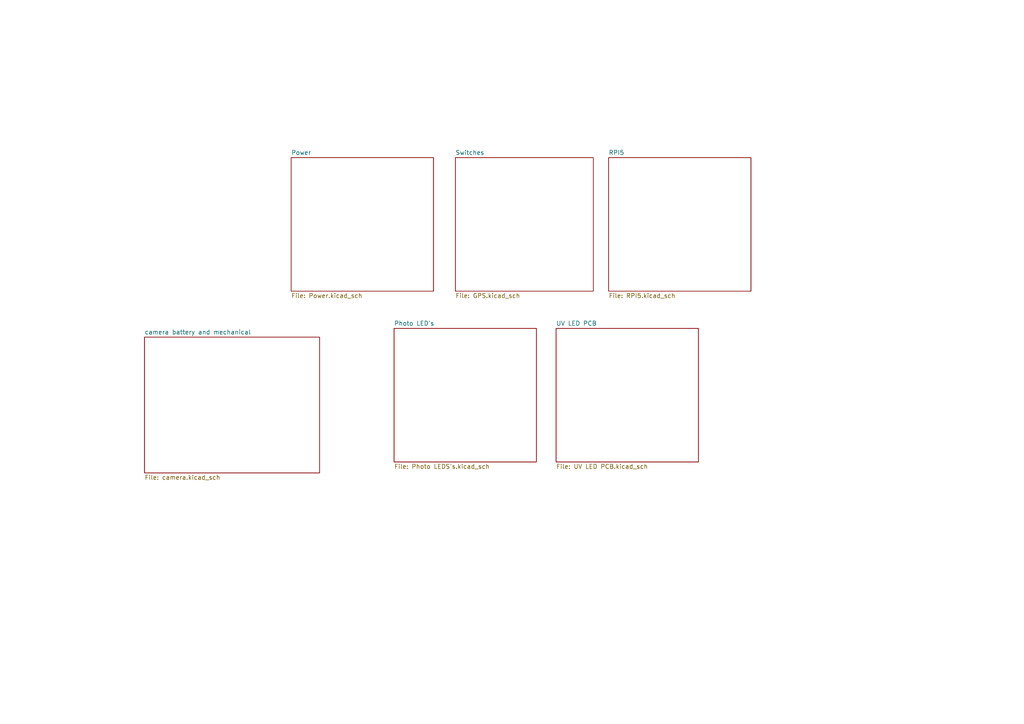
<source format=kicad_sch>
(kicad_sch
	(version 20250114)
	(generator "eeschema")
	(generator_version "9.0")
	(uuid "9021e528-fc76-4423-a3f3-30f5652071cc")
	(paper "A4")
	(lib_symbols)
	(sheet
		(at 176.53 45.72)
		(size 41.275 38.735)
		(exclude_from_sim no)
		(in_bom yes)
		(on_board yes)
		(dnp no)
		(fields_autoplaced yes)
		(stroke
			(width 0.1524)
			(type solid)
		)
		(fill
			(color 0 0 0 0.0000)
		)
		(uuid "23e8100d-dc92-4d1f-bb27-d65b0331e323")
		(property "Sheetname" "RPI5"
			(at 176.53 45.0084 0)
			(effects
				(font
					(size 1.27 1.27)
				)
				(justify left bottom)
			)
		)
		(property "Sheetfile" "RPI5.kicad_sch"
			(at 176.53 85.0396 0)
			(effects
				(font
					(size 1.27 1.27)
				)
				(justify left top)
			)
		)
		(instances
			(project "MothBox"
				(path "/9021e528-fc76-4423-a3f3-30f5652071cc"
					(page "3")
				)
			)
		)
	)
	(sheet
		(at 161.29 95.25)
		(size 41.275 38.735)
		(exclude_from_sim no)
		(in_bom yes)
		(on_board yes)
		(dnp no)
		(fields_autoplaced yes)
		(stroke
			(width 0.1524)
			(type solid)
		)
		(fill
			(color 0 0 0 0.0000)
		)
		(uuid "25f161be-2136-4f06-bcb6-1cc6303e8ec0")
		(property "Sheetname" "UV LED PCB"
			(at 161.29 94.5384 0)
			(effects
				(font
					(size 1.27 1.27)
				)
				(justify left bottom)
			)
		)
		(property "Sheetfile" "UV LED PCB.kicad_sch"
			(at 161.29 134.5696 0)
			(effects
				(font
					(size 1.27 1.27)
				)
				(justify left top)
			)
		)
		(instances
			(project "MothBox"
				(path "/9021e528-fc76-4423-a3f3-30f5652071cc"
					(page "6")
				)
			)
		)
	)
	(sheet
		(at 84.455 45.72)
		(size 41.275 38.735)
		(exclude_from_sim no)
		(in_bom yes)
		(on_board yes)
		(dnp no)
		(fields_autoplaced yes)
		(stroke
			(width 0.1524)
			(type solid)
		)
		(fill
			(color 0 0 0 0.0000)
		)
		(uuid "4a573100-9946-48c2-8ae5-35f893607623")
		(property "Sheetname" "Power"
			(at 84.455 45.0084 0)
			(effects
				(font
					(size 1.27 1.27)
				)
				(justify left bottom)
			)
		)
		(property "Sheetfile" "Power.kicad_sch"
			(at 84.455 85.0396 0)
			(effects
				(font
					(size 1.27 1.27)
				)
				(justify left top)
			)
		)
		(instances
			(project "MothBox"
				(path "/9021e528-fc76-4423-a3f3-30f5652071cc"
					(page "2")
				)
			)
		)
	)
	(sheet
		(at 41.91 97.79)
		(size 50.8 39.37)
		(exclude_from_sim no)
		(in_bom yes)
		(on_board yes)
		(dnp no)
		(fields_autoplaced yes)
		(stroke
			(width 0.1524)
			(type solid)
		)
		(fill
			(color 0 0 0 0.0000)
		)
		(uuid "84c07412-33ce-4c0b-96a0-a76ad52e50ee")
		(property "Sheetname" "camera battery and mechanical"
			(at 41.91 97.0784 0)
			(effects
				(font
					(size 1.27 1.27)
				)
				(justify left bottom)
			)
		)
		(property "Sheetfile" "camera.kicad_sch"
			(at 41.91 137.7446 0)
			(effects
				(font
					(size 1.27 1.27)
				)
				(justify left top)
			)
		)
		(instances
			(project "MothBox"
				(path "/9021e528-fc76-4423-a3f3-30f5652071cc"
					(page "7")
				)
			)
		)
	)
	(sheet
		(at 132.08 45.72)
		(size 40.005 38.735)
		(exclude_from_sim no)
		(in_bom yes)
		(on_board yes)
		(dnp no)
		(fields_autoplaced yes)
		(stroke
			(width 0.1524)
			(type solid)
		)
		(fill
			(color 0 0 0 0.0000)
		)
		(uuid "d22974ea-9095-4b9a-829f-a5d553626ed9")
		(property "Sheetname" "Switches"
			(at 132.08 45.0084 0)
			(effects
				(font
					(size 1.27 1.27)
				)
				(justify left bottom)
			)
		)
		(property "Sheetfile" "GPS.kicad_sch"
			(at 132.08 85.0396 0)
			(effects
				(font
					(size 1.27 1.27)
				)
				(justify left top)
			)
		)
		(instances
			(project "MothBox"
				(path "/9021e528-fc76-4423-a3f3-30f5652071cc"
					(page "4")
				)
			)
		)
	)
	(sheet
		(at 114.3 95.25)
		(size 41.275 38.735)
		(exclude_from_sim no)
		(in_bom yes)
		(on_board yes)
		(dnp no)
		(fields_autoplaced yes)
		(stroke
			(width 0.1524)
			(type solid)
		)
		(fill
			(color 0 0 0 0.0000)
		)
		(uuid "f4f29d93-7441-4557-92ff-295630596a60")
		(property "Sheetname" "Photo LED's"
			(at 114.3 94.5384 0)
			(effects
				(font
					(size 1.27 1.27)
				)
				(justify left bottom)
			)
		)
		(property "Sheetfile" "Photo LEDS's.kicad_sch"
			(at 114.3 134.5696 0)
			(effects
				(font
					(size 1.27 1.27)
				)
				(justify left top)
			)
		)
		(instances
			(project "MothBox"
				(path "/9021e528-fc76-4423-a3f3-30f5652071cc"
					(page "5")
				)
			)
		)
	)
	(sheet_instances
		(path "/"
			(page "1")
		)
	)
	(embedded_fonts no)
)

</source>
